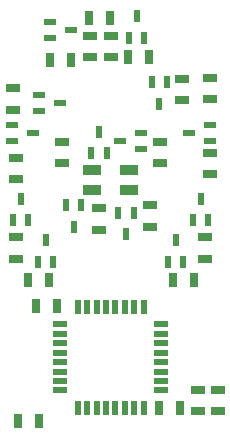
<source format=gtp>
G75*
%MOIN*%
%OFA0B0*%
%FSLAX25Y25*%
%IPPOS*%
%LPD*%
%AMOC8*
5,1,8,0,0,1.08239X$1,22.5*
%
%ADD10R,0.05000X0.02200*%
%ADD11R,0.02200X0.05000*%
%ADD12R,0.01969X0.03937*%
%ADD13R,0.03150X0.04724*%
%ADD14R,0.04724X0.03150*%
%ADD15R,0.03937X0.01969*%
%ADD16R,0.05906X0.03543*%
D10*
X0024270Y0031860D03*
X0024270Y0035009D03*
X0024270Y0038159D03*
X0024270Y0041309D03*
X0024270Y0044458D03*
X0024270Y0047608D03*
X0024270Y0050757D03*
X0024270Y0053907D03*
X0058070Y0053907D03*
X0058070Y0050757D03*
X0058070Y0047608D03*
X0058070Y0044458D03*
X0058070Y0041309D03*
X0058070Y0038159D03*
X0058070Y0035009D03*
X0058070Y0031860D03*
D11*
X0052194Y0025983D03*
X0049044Y0025983D03*
X0045894Y0025983D03*
X0042745Y0025983D03*
X0039595Y0025983D03*
X0036446Y0025983D03*
X0033296Y0025983D03*
X0030146Y0025983D03*
X0030146Y0059783D03*
X0033296Y0059783D03*
X0036446Y0059783D03*
X0039595Y0059783D03*
X0042745Y0059783D03*
X0045894Y0059783D03*
X0049044Y0059783D03*
X0052194Y0059783D03*
D12*
X0060265Y0074773D03*
X0062824Y0081860D03*
X0065383Y0074773D03*
X0068607Y0088553D03*
X0071166Y0095639D03*
X0073725Y0088553D03*
X0057355Y0127470D03*
X0054796Y0134557D03*
X0059914Y0134557D03*
X0052359Y0149470D03*
X0049800Y0156557D03*
X0047241Y0149470D03*
X0037300Y0118057D03*
X0034741Y0110970D03*
X0039859Y0110970D03*
X0031359Y0093557D03*
X0028800Y0086470D03*
X0026241Y0093557D03*
X0019517Y0081860D03*
X0022076Y0074773D03*
X0016957Y0074773D03*
X0013733Y0088553D03*
X0011174Y0095639D03*
X0008615Y0088553D03*
X0043741Y0091057D03*
X0046300Y0083970D03*
X0048859Y0091057D03*
D13*
X0010257Y0021513D03*
X0017343Y0021513D03*
X0016257Y0060013D03*
X0013540Y0068521D03*
X0020627Y0068521D03*
X0023343Y0060013D03*
X0057257Y0026013D03*
X0064343Y0026013D03*
X0061780Y0068506D03*
X0068867Y0068506D03*
X0053843Y0143013D03*
X0046757Y0143013D03*
X0040843Y0156013D03*
X0033757Y0156013D03*
X0027843Y0142013D03*
X0020757Y0142013D03*
D14*
X0008442Y0132553D03*
X0008442Y0125466D03*
X0009674Y0109419D03*
X0009674Y0102332D03*
X0009674Y0082860D03*
X0009674Y0075773D03*
X0024922Y0107557D03*
X0024922Y0114643D03*
X0037300Y0092557D03*
X0037300Y0085470D03*
X0054300Y0086470D03*
X0054300Y0093557D03*
X0057418Y0107557D03*
X0057418Y0114643D03*
X0064942Y0128714D03*
X0064942Y0135801D03*
X0074300Y0136057D03*
X0074300Y0128970D03*
X0074166Y0110919D03*
X0074166Y0103832D03*
X0072666Y0082860D03*
X0072666Y0075773D03*
X0070300Y0032057D03*
X0070300Y0024970D03*
X0076800Y0024970D03*
X0076800Y0032057D03*
X0041300Y0142970D03*
X0041300Y0150057D03*
X0034300Y0150057D03*
X0034300Y0142970D03*
D15*
X0027843Y0152013D03*
X0020757Y0149454D03*
X0020757Y0154572D03*
X0017257Y0130257D03*
X0017257Y0125139D03*
X0015186Y0117687D03*
X0008099Y0120246D03*
X0008099Y0115128D03*
X0024343Y0127698D03*
X0044257Y0115013D03*
X0051343Y0112454D03*
X0051343Y0117572D03*
X0067154Y0117687D03*
X0074241Y0120246D03*
X0074241Y0115128D03*
D16*
X0047272Y0105285D03*
X0047272Y0098592D03*
X0035068Y0098592D03*
X0035068Y0105285D03*
M02*

</source>
